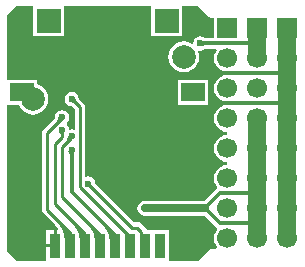
<source format=gbl>
G04*
G04 #@! TF.GenerationSoftware,Altium Limited,Altium Designer,22.2.1 (43)*
G04*
G04 Layer_Physical_Order=2*
G04 Layer_Color=15428901*
%FSTAX25Y25*%
%MOIN*%
G70*
G04*
G04 #@! TF.SameCoordinates,04582349-F352-462C-AFDD-1AE5C237541B*
G04*
G04*
G04 #@! TF.FilePolarity,Positive*
G04*
G01*
G75*
%ADD11C,0.01000*%
%ADD33C,0.01181*%
%ADD34C,0.02598*%
%ADD35C,0.01299*%
%ADD38C,0.05906*%
%ADD40C,0.06693*%
%ADD41R,0.06693X0.06693*%
%ADD42C,0.02362*%
%ADD43R,0.07874X0.07874*%
%ADD44R,0.07874X0.05906*%
%ADD45C,0.07874*%
%ADD46R,0.03543X0.07874*%
G36*
X0068865Y0082865D02*
X0068865Y0082865D01*
X0069385Y0082517D01*
X007Y0082394D01*
X0070473D01*
Y0075867D01*
X0067458D01*
X0066922Y0076225D01*
X0066Y0076408D01*
X0065078Y0076225D01*
X0064297Y0075703D01*
X0063775Y0074922D01*
X0063611Y0074096D01*
X0063143Y007392D01*
X0062983Y0074043D01*
X0061738Y0074559D01*
X0060402Y0074735D01*
X0059066Y0074559D01*
X005782Y0074043D01*
X0056751Y0073223D01*
X0055931Y0072154D01*
X0055415Y0070908D01*
X0055239Y0069573D01*
X0055415Y0068236D01*
X0055931Y0066991D01*
X0056751Y0065922D01*
X005782Y0065102D01*
X0059066Y0064586D01*
X0060402Y006441D01*
X0061738Y0064586D01*
X0062983Y0065102D01*
X0064052Y0065922D01*
X0064872Y0066991D01*
X0065388Y0068236D01*
X0065564Y0069573D01*
X0065388Y0070908D01*
X0065228Y0071295D01*
X0065545Y0071682D01*
X0066Y0071592D01*
X0066922Y0071775D01*
X0067458Y0072133D01*
X0071132D01*
X0071353Y0071685D01*
X0071045Y0071283D01*
X0070589Y0070182D01*
X0070433Y0069D01*
X0070589Y0067818D01*
X0071045Y0066717D01*
X0071771Y0065771D01*
X0072717Y0065045D01*
X0073818Y0064589D01*
X0075Y0064433D01*
Y0063567D01*
X0073818Y0063411D01*
X0072717Y0062955D01*
X0071771Y0062229D01*
X0071045Y0061283D01*
X0070589Y0060182D01*
X0070433Y0059D01*
X0070589Y0057818D01*
X0071045Y0056717D01*
X0071771Y0055771D01*
X0072717Y0055045D01*
X0073818Y0054589D01*
X0075Y0054433D01*
Y0053567D01*
X0073818Y0053411D01*
X0072717Y0052955D01*
X0071771Y0052229D01*
X0071045Y0051283D01*
X0070589Y0050182D01*
X0070433Y0049D01*
X0070589Y0047818D01*
X0071045Y0046717D01*
X0071771Y0045771D01*
X0072717Y0045045D01*
X0073818Y0044589D01*
X0075Y0044433D01*
Y0043567D01*
X0073818Y0043411D01*
X0072717Y0042955D01*
X0071771Y0042229D01*
X0071045Y0041283D01*
X0070589Y0040182D01*
X0070433Y0039D01*
X0070589Y0037818D01*
X0071045Y0036717D01*
X0071771Y0035771D01*
X0072717Y0035045D01*
X0073818Y0034589D01*
X0075Y0034433D01*
Y0033567D01*
X0073818Y0033411D01*
X0072717Y0032955D01*
X0071771Y0032229D01*
X0071045Y0031283D01*
X0070589Y0030182D01*
X0070433Y0029D01*
X0070589Y0027818D01*
X0071045Y0026717D01*
X0071577Y0026024D01*
X0071495Y002553D01*
X007118Y002532D01*
X0067389Y0021529D01*
X0047532D01*
X0046564Y0021336D01*
X0045743Y0020788D01*
X0045195Y0019968D01*
X0045003Y0019D01*
X0045195Y0018032D01*
X0045743Y0017212D01*
X0046564Y0016664D01*
X0047532Y0016471D01*
X0067389D01*
X007118Y001268D01*
X0071495Y001247D01*
X0071577Y0011976D01*
X0071045Y0011283D01*
X0070589Y0010182D01*
X0070433Y0009D01*
X0070589Y0007818D01*
X0071045Y0006717D01*
X0071554Y0006054D01*
X0071333Y0005606D01*
X007D01*
X0069385Y0005483D01*
X0068865Y0005135D01*
X0068865Y0005135D01*
X0065335Y0001606D01*
X0055484D01*
Y0011669D01*
X0048191D01*
X0048127Y0011993D01*
X0047755Y0012549D01*
X0046292Y0014012D01*
X0045737Y0014384D01*
X0045081Y0014514D01*
X004371D01*
X0030916Y0027308D01*
X0030898Y0027351D01*
X0030725Y0028222D01*
X0030203Y0029003D01*
X0029422Y0029525D01*
X00285Y0029708D01*
X00279Y0029589D01*
X0027514Y0029906D01*
Y0052816D01*
X0027384Y0053472D01*
X0027012Y0054028D01*
X0025516Y0055524D01*
X0025498Y0055566D01*
X0025325Y0056437D01*
X0024803Y0057219D01*
X0024022Y0057741D01*
X00231Y0057924D01*
X0022178Y0057741D01*
X0021397Y0057219D01*
X0020875Y0056437D01*
X0020692Y0055516D01*
X0020875Y0054594D01*
X0021397Y0053813D01*
X0022178Y0053291D01*
X002305Y0053117D01*
X0023092Y00531D01*
X0024086Y0052106D01*
Y0045606D01*
X0023699Y0045289D01*
X00231Y0045408D01*
X0022332Y0045256D01*
X0022309Y0045279D01*
X0022125Y0046201D01*
X0021603Y0046983D01*
X0021443Y004709D01*
Y004759D01*
X0021603Y0047697D01*
X0022125Y0048478D01*
X0022309Y00494D01*
X0022125Y0050322D01*
X0021603Y0051103D01*
X0020822Y0051625D01*
X00199Y0051809D01*
X0018978Y0051625D01*
X0018197Y0051103D01*
X0017675Y0050322D01*
X0017492Y00494D01*
X0017496Y0049378D01*
X0017451Y0049151D01*
X001731Y004894D01*
X0017313Y0048937D01*
X00137Y0045324D01*
X0013329Y0044768D01*
X0013198Y0044112D01*
Y00186D01*
X0013198Y00186D01*
X0013198D01*
X0013329Y0017944D01*
X00137Y0017388D01*
X0017661Y0013427D01*
X0018409Y0012516D01*
X0018633Y0012097D01*
X0018375Y0011669D01*
X0018032D01*
Y000655D01*
X0017531D01*
Y000605D01*
X0014579D01*
Y0001606D01*
X0004665D01*
X0001606Y0004665D01*
Y0053574D01*
X0005414D01*
X0005695Y0052897D01*
X0006515Y0051828D01*
X0007584Y0051007D01*
X0008829Y0050492D01*
X0010165Y0050316D01*
X0011501Y0050492D01*
X0012746Y0051007D01*
X0013816Y0051828D01*
X0014636Y0052897D01*
X0015152Y0054142D01*
X0015328Y0055478D01*
X0015152Y0056814D01*
X0014636Y0058059D01*
X0013816Y0059128D01*
X0012746Y0059949D01*
X0011575Y0060434D01*
Y0061842D01*
X0001606D01*
Y0083335D01*
X0004665Y0086394D01*
X0010257D01*
Y0076332D01*
X0020494D01*
Y0086394D01*
X0049628D01*
Y0076332D01*
X0059864D01*
Y0086394D01*
X0065335D01*
X0068865Y0082865D01*
D02*
G37*
%LPC*%
G36*
X0068661Y0061842D02*
X0058425D01*
Y0053574D01*
X0068661D01*
Y0061842D01*
D02*
G37*
G36*
X0017031Y0011669D02*
X0014579D01*
Y000705D01*
X0017031D01*
Y0011669D01*
D02*
G37*
%LPD*%
D11*
X0018525Y0047725D02*
G03*
X0019219Y00494I-0001675J0001675D01*
G01*
X0020382Y0044798D02*
G03*
X00199Y0043635I0001163J-0001163D01*
G01*
D02*
G03*
X0019418Y0044798I-0001644J0D01*
G01*
X0021725Y0041325D02*
G03*
X0022419Y0043I-0001675J0001675D01*
G01*
X0023781Y0055516D02*
G03*
X0024263Y0054353I0001644J0D01*
G01*
D02*
G03*
X00231Y0054835I-0001163J-0001163D01*
G01*
X002726Y0008716D02*
G03*
X0025828Y0012172I-0004887J0D01*
G01*
X002626Y0008716D02*
G03*
X0024121Y0013879I-0007301J0D01*
G01*
X003226Y0008716D02*
G03*
X0031025Y0011697I-0004216J0D01*
G01*
X003126Y0008716D02*
G03*
X0029318Y0013404I-000663J0D01*
G01*
X002326Y0008716D02*
G03*
X0022173Y0011339I-0003709J0D01*
G01*
X002226Y0008716D02*
G03*
X0020466Y0013046I-0006123J0D01*
G01*
X002126Y0008716D02*
G03*
X0018759Y0014753I-0008538J0D01*
G01*
X0021869Y0009802D02*
G03*
X0022532Y001098I-0000719J0001179D01*
G01*
D02*
G03*
X0023193Y0009802I0001381J0D01*
G01*
X0044909Y0012615D02*
X0046338Y0011186D01*
X00285Y00273D02*
X0043185Y0012615D01*
X0044909D01*
X0046338Y0009353D02*
Y0011186D01*
X00231Y0055516D02*
X00258Y0052816D01*
Y00262D02*
Y0052816D01*
Y00262D02*
X0042531Y0009469D01*
X0017531Y0040332D02*
X00199Y00427D01*
Y0045279D01*
X0014912Y0044112D02*
X00198Y0049D01*
X0014912Y00186D02*
Y0044112D01*
X002Y00396D02*
X0023Y00426D01*
X002Y0022722D02*
Y00396D01*
X0017531Y0020469D02*
Y0040332D01*
X0014912Y00186D02*
X0022532Y0010981D01*
Y000655D02*
Y0010981D01*
X0017531Y0020469D02*
X0027531Y0010469D01*
Y000655D02*
Y0010469D01*
X0042531Y000655D02*
Y0009469D01*
X002Y0022722D02*
X0032531Y0010191D01*
Y000655D02*
Y0010191D01*
D33*
X0023518Y0037982D02*
G03*
X00231Y0036974I0001008J-0001008D01*
G01*
D02*
G03*
X0022682Y0037982I-0001426J0D01*
G01*
X0037532Y0008716D02*
G03*
X0036575Y0011025I-0003266J0D01*
G01*
X003635Y0008716D02*
G03*
X0034559Y0013041I-0006117J0D01*
G01*
X00231Y00245D02*
X0037532Y0010069D01*
X00231Y00245D02*
Y00384D01*
X0037532Y000655D02*
Y0010069D01*
D34*
X0057516Y0019D02*
X00675D01*
X00525D02*
X0057516D01*
X0047532D02*
X00525D01*
D35*
X0066376Y0074376D02*
G03*
X0067283Y0074I0000907J0000907D01*
G01*
D02*
G03*
X0066376Y0073624I0J-0001283D01*
G01*
X00725Y0054028D02*
X0072528Y0054D01*
X0095D01*
X0072717Y0064D02*
X0095D01*
X0066Y0074D02*
X0085D01*
X00675Y0019D02*
X00725Y0014D01*
X0085D01*
X00675Y0019D02*
X00725Y0024D01*
X0085D01*
D38*
X0095Y0054D02*
Y0059D01*
Y0049D02*
Y0054D01*
Y0064D02*
Y0069D01*
Y0059D02*
Y0064D01*
Y0069D02*
Y0079D01*
Y0039D02*
Y0049D01*
Y0029D02*
Y0039D01*
Y0019D02*
Y0029D01*
Y0009D02*
Y0019D01*
X0085Y0074D02*
Y0079D01*
Y0069D02*
Y0074D01*
Y0024D02*
Y0029D01*
Y0019D02*
Y0024D01*
Y0014D02*
Y0019D01*
Y0009D02*
Y0014D01*
Y0039D02*
Y0049D01*
Y0029D02*
Y0039D01*
D40*
X0095Y0029D02*
D03*
Y0039D02*
D03*
Y0049D02*
D03*
Y0059D02*
D03*
Y0069D02*
D03*
Y0019D02*
D03*
Y0009D02*
D03*
X0085Y0029D02*
D03*
Y0039D02*
D03*
Y0049D02*
D03*
Y0059D02*
D03*
Y0069D02*
D03*
Y0019D02*
D03*
Y0009D02*
D03*
X0075Y0029D02*
D03*
Y0039D02*
D03*
Y0049D02*
D03*
Y0059D02*
D03*
Y0069D02*
D03*
Y0019D02*
D03*
Y0009D02*
D03*
D41*
X0095Y0079D02*
D03*
X0085D02*
D03*
X0075D02*
D03*
D42*
X0066D02*
D03*
X00575Y0004D02*
D03*
X00625D02*
D03*
X00425Y0074D02*
D03*
X0042579Y0064D02*
D03*
X0005Y0084D02*
D03*
X0025D02*
D03*
X003D02*
D03*
X0035D02*
D03*
X004D02*
D03*
X0045D02*
D03*
X001Y0064D02*
D03*
X0015D02*
D03*
X002D02*
D03*
X0025D02*
D03*
X003D02*
D03*
X0055D02*
D03*
Y0024D02*
D03*
X005D02*
D03*
X0045D02*
D03*
X0065Y0014D02*
D03*
Y0009D02*
D03*
X001Y0004D02*
D03*
Y0024D02*
D03*
X0005Y0064D02*
D03*
Y0049D02*
D03*
Y0044D02*
D03*
Y0039D02*
D03*
Y0034D02*
D03*
Y0029D02*
D03*
Y0024D02*
D03*
Y0019D02*
D03*
Y0014D02*
D03*
Y0009D02*
D03*
X00525Y00037D02*
D03*
X0052531Y000655D02*
D03*
X0066Y0074D02*
D03*
X0047532Y0019D02*
D03*
X0057516D02*
D03*
X00525D02*
D03*
X00231Y0055516D02*
D03*
Y0043D02*
D03*
X00199Y0045279D02*
D03*
X00285Y00273D02*
D03*
X00231Y00384D02*
D03*
X00199Y00494D02*
D03*
D43*
X0054746Y008145D02*
D03*
X0015376D02*
D03*
D44*
X0063543Y0057708D02*
D03*
X0006457D02*
D03*
D45*
X0010165Y0055478D02*
D03*
X0060402Y0069573D02*
D03*
D46*
X0052531Y000655D02*
D03*
X0047532D02*
D03*
X0037532D02*
D03*
X0022532D02*
D03*
X0042531D02*
D03*
X0032531D02*
D03*
X0027531D02*
D03*
X0017531D02*
D03*
M02*

</source>
